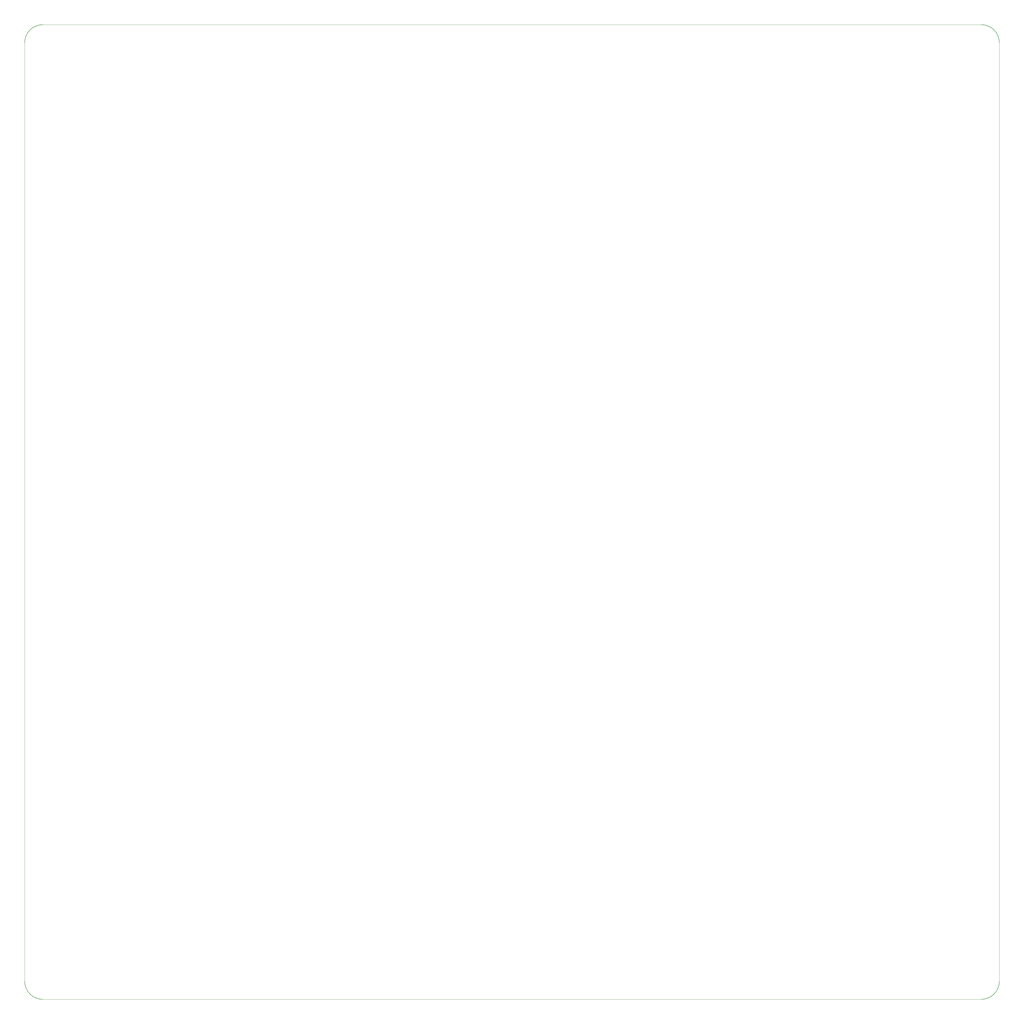
<source format=gbr>
G04 #@! TF.GenerationSoftware,KiCad,Pcbnew,8.0.2-8.0.2-0~ubuntu22.04.1*
G04 #@! TF.CreationDate,2024-05-18T22:12:29+02:00*
G04 #@! TF.ProjectId,qclock,71636c6f-636b-42e6-9b69-6361645f7063,rev?*
G04 #@! TF.SameCoordinates,Original*
G04 #@! TF.FileFunction,Profile,NP*
%FSLAX46Y46*%
G04 Gerber Fmt 4.6, Leading zero omitted, Abs format (unit mm)*
G04 Created by KiCad (PCBNEW 8.0.2-8.0.2-0~ubuntu22.04.1) date 2024-05-18 22:12:29*
%MOMM*%
%LPD*%
G01*
G04 APERTURE LIST*
G04 #@! TA.AperFunction,Profile*
%ADD10C,0.120000*%
G04 #@! TD*
G04 #@! TA.AperFunction,Profile*
%ADD11C,0.200000*%
G04 #@! TD*
G04 APERTURE END LIST*
D10*
X400000000Y-32000000D02*
X400000000Y-393000000D01*
D11*
X25000000Y-32000000D02*
G75*
G02*
X32000000Y-25000000I7000000J0D01*
G01*
X32000000Y-400000000D02*
G75*
G02*
X25000000Y-393000000I0J7000000D01*
G01*
X393000000Y-25000000D02*
G75*
G02*
X400000000Y-32000000I0J-7000000D01*
G01*
D10*
X32000000Y-25000000D02*
X393000000Y-25000000D01*
X25000000Y-32000000D02*
X25000000Y-393000000D01*
X32000000Y-400000000D02*
X393000000Y-400000000D01*
D11*
X400000000Y-393000000D02*
G75*
G02*
X393000000Y-400000000I-7000000J0D01*
G01*
M02*

</source>
